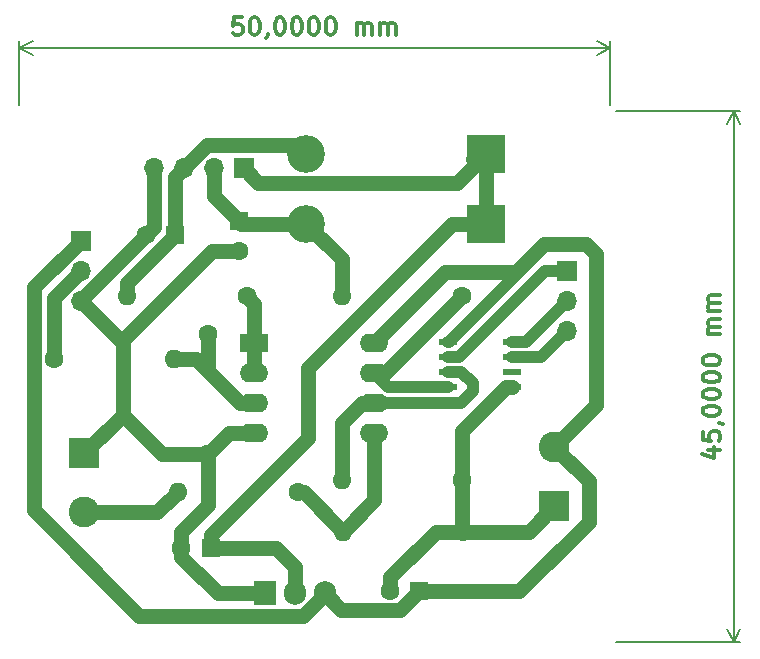
<source format=gbr>
%TF.GenerationSoftware,KiCad,Pcbnew,8.0.1*%
%TF.CreationDate,2024-08-15T00:47:12-03:00*%
%TF.ProjectId,monitoreo_solar,6d6f6e69-746f-4726-956f-5f736f6c6172,rev?*%
%TF.SameCoordinates,Original*%
%TF.FileFunction,Copper,L2,Bot*%
%TF.FilePolarity,Positive*%
%FSLAX46Y46*%
G04 Gerber Fmt 4.6, Leading zero omitted, Abs format (unit mm)*
G04 Created by KiCad (PCBNEW 8.0.1) date 2024-08-15 00:47:12*
%MOMM*%
%LPD*%
G01*
G04 APERTURE LIST*
%ADD10C,0.300000*%
%TA.AperFunction,NonConductor*%
%ADD11C,0.300000*%
%TD*%
%TA.AperFunction,NonConductor*%
%ADD12C,0.200000*%
%TD*%
%TA.AperFunction,ComponentPad*%
%ADD13C,1.600000*%
%TD*%
%TA.AperFunction,ComponentPad*%
%ADD14R,1.600000X1.600000*%
%TD*%
%TA.AperFunction,SMDPad,CuDef*%
%ADD15R,1.498600X0.558800*%
%TD*%
%TA.AperFunction,ComponentPad*%
%ADD16R,3.200000X3.200000*%
%TD*%
%TA.AperFunction,ComponentPad*%
%ADD17O,3.200000X3.200000*%
%TD*%
%TA.AperFunction,ComponentPad*%
%ADD18R,1.700000X1.700000*%
%TD*%
%TA.AperFunction,ComponentPad*%
%ADD19O,1.700000X1.700000*%
%TD*%
%TA.AperFunction,ComponentPad*%
%ADD20O,1.600000X1.600000*%
%TD*%
%TA.AperFunction,ComponentPad*%
%ADD21R,1.905000X2.000000*%
%TD*%
%TA.AperFunction,ComponentPad*%
%ADD22O,1.905000X2.000000*%
%TD*%
%TA.AperFunction,ComponentPad*%
%ADD23R,2.600000X2.600000*%
%TD*%
%TA.AperFunction,ComponentPad*%
%ADD24C,2.600000*%
%TD*%
%TA.AperFunction,ComponentPad*%
%ADD25R,2.400000X1.600000*%
%TD*%
%TA.AperFunction,ComponentPad*%
%ADD26O,2.400000X1.600000*%
%TD*%
%TA.AperFunction,Conductor*%
%ADD27C,1.270000*%
%TD*%
%TA.AperFunction,Conductor*%
%ADD28C,1.000000*%
%TD*%
G04 APERTURE END LIST*
D10*
D11*
X80353328Y-84214284D02*
X81353328Y-84214284D01*
X79781900Y-84571426D02*
X80853328Y-84928569D01*
X80853328Y-84928569D02*
X80853328Y-83999998D01*
X79853328Y-82714284D02*
X79853328Y-83428570D01*
X79853328Y-83428570D02*
X80567614Y-83499998D01*
X80567614Y-83499998D02*
X80496185Y-83428570D01*
X80496185Y-83428570D02*
X80424757Y-83285713D01*
X80424757Y-83285713D02*
X80424757Y-82928570D01*
X80424757Y-82928570D02*
X80496185Y-82785713D01*
X80496185Y-82785713D02*
X80567614Y-82714284D01*
X80567614Y-82714284D02*
X80710471Y-82642855D01*
X80710471Y-82642855D02*
X81067614Y-82642855D01*
X81067614Y-82642855D02*
X81210471Y-82714284D01*
X81210471Y-82714284D02*
X81281900Y-82785713D01*
X81281900Y-82785713D02*
X81353328Y-82928570D01*
X81353328Y-82928570D02*
X81353328Y-83285713D01*
X81353328Y-83285713D02*
X81281900Y-83428570D01*
X81281900Y-83428570D02*
X81210471Y-83499998D01*
X81281900Y-81928570D02*
X81353328Y-81928570D01*
X81353328Y-81928570D02*
X81496185Y-81999999D01*
X81496185Y-81999999D02*
X81567614Y-82071427D01*
X79853328Y-80999998D02*
X79853328Y-80857141D01*
X79853328Y-80857141D02*
X79924757Y-80714284D01*
X79924757Y-80714284D02*
X79996185Y-80642856D01*
X79996185Y-80642856D02*
X80139042Y-80571427D01*
X80139042Y-80571427D02*
X80424757Y-80499998D01*
X80424757Y-80499998D02*
X80781900Y-80499998D01*
X80781900Y-80499998D02*
X81067614Y-80571427D01*
X81067614Y-80571427D02*
X81210471Y-80642856D01*
X81210471Y-80642856D02*
X81281900Y-80714284D01*
X81281900Y-80714284D02*
X81353328Y-80857141D01*
X81353328Y-80857141D02*
X81353328Y-80999998D01*
X81353328Y-80999998D02*
X81281900Y-81142856D01*
X81281900Y-81142856D02*
X81210471Y-81214284D01*
X81210471Y-81214284D02*
X81067614Y-81285713D01*
X81067614Y-81285713D02*
X80781900Y-81357141D01*
X80781900Y-81357141D02*
X80424757Y-81357141D01*
X80424757Y-81357141D02*
X80139042Y-81285713D01*
X80139042Y-81285713D02*
X79996185Y-81214284D01*
X79996185Y-81214284D02*
X79924757Y-81142856D01*
X79924757Y-81142856D02*
X79853328Y-80999998D01*
X79853328Y-79571427D02*
X79853328Y-79428570D01*
X79853328Y-79428570D02*
X79924757Y-79285713D01*
X79924757Y-79285713D02*
X79996185Y-79214285D01*
X79996185Y-79214285D02*
X80139042Y-79142856D01*
X80139042Y-79142856D02*
X80424757Y-79071427D01*
X80424757Y-79071427D02*
X80781900Y-79071427D01*
X80781900Y-79071427D02*
X81067614Y-79142856D01*
X81067614Y-79142856D02*
X81210471Y-79214285D01*
X81210471Y-79214285D02*
X81281900Y-79285713D01*
X81281900Y-79285713D02*
X81353328Y-79428570D01*
X81353328Y-79428570D02*
X81353328Y-79571427D01*
X81353328Y-79571427D02*
X81281900Y-79714285D01*
X81281900Y-79714285D02*
X81210471Y-79785713D01*
X81210471Y-79785713D02*
X81067614Y-79857142D01*
X81067614Y-79857142D02*
X80781900Y-79928570D01*
X80781900Y-79928570D02*
X80424757Y-79928570D01*
X80424757Y-79928570D02*
X80139042Y-79857142D01*
X80139042Y-79857142D02*
X79996185Y-79785713D01*
X79996185Y-79785713D02*
X79924757Y-79714285D01*
X79924757Y-79714285D02*
X79853328Y-79571427D01*
X79853328Y-78142856D02*
X79853328Y-77999999D01*
X79853328Y-77999999D02*
X79924757Y-77857142D01*
X79924757Y-77857142D02*
X79996185Y-77785714D01*
X79996185Y-77785714D02*
X80139042Y-77714285D01*
X80139042Y-77714285D02*
X80424757Y-77642856D01*
X80424757Y-77642856D02*
X80781900Y-77642856D01*
X80781900Y-77642856D02*
X81067614Y-77714285D01*
X81067614Y-77714285D02*
X81210471Y-77785714D01*
X81210471Y-77785714D02*
X81281900Y-77857142D01*
X81281900Y-77857142D02*
X81353328Y-77999999D01*
X81353328Y-77999999D02*
X81353328Y-78142856D01*
X81353328Y-78142856D02*
X81281900Y-78285714D01*
X81281900Y-78285714D02*
X81210471Y-78357142D01*
X81210471Y-78357142D02*
X81067614Y-78428571D01*
X81067614Y-78428571D02*
X80781900Y-78499999D01*
X80781900Y-78499999D02*
X80424757Y-78499999D01*
X80424757Y-78499999D02*
X80139042Y-78428571D01*
X80139042Y-78428571D02*
X79996185Y-78357142D01*
X79996185Y-78357142D02*
X79924757Y-78285714D01*
X79924757Y-78285714D02*
X79853328Y-78142856D01*
X79853328Y-76714285D02*
X79853328Y-76571428D01*
X79853328Y-76571428D02*
X79924757Y-76428571D01*
X79924757Y-76428571D02*
X79996185Y-76357143D01*
X79996185Y-76357143D02*
X80139042Y-76285714D01*
X80139042Y-76285714D02*
X80424757Y-76214285D01*
X80424757Y-76214285D02*
X80781900Y-76214285D01*
X80781900Y-76214285D02*
X81067614Y-76285714D01*
X81067614Y-76285714D02*
X81210471Y-76357143D01*
X81210471Y-76357143D02*
X81281900Y-76428571D01*
X81281900Y-76428571D02*
X81353328Y-76571428D01*
X81353328Y-76571428D02*
X81353328Y-76714285D01*
X81353328Y-76714285D02*
X81281900Y-76857143D01*
X81281900Y-76857143D02*
X81210471Y-76928571D01*
X81210471Y-76928571D02*
X81067614Y-77000000D01*
X81067614Y-77000000D02*
X80781900Y-77071428D01*
X80781900Y-77071428D02*
X80424757Y-77071428D01*
X80424757Y-77071428D02*
X80139042Y-77000000D01*
X80139042Y-77000000D02*
X79996185Y-76928571D01*
X79996185Y-76928571D02*
X79924757Y-76857143D01*
X79924757Y-76857143D02*
X79853328Y-76714285D01*
X81353328Y-74428572D02*
X80353328Y-74428572D01*
X80496185Y-74428572D02*
X80424757Y-74357143D01*
X80424757Y-74357143D02*
X80353328Y-74214286D01*
X80353328Y-74214286D02*
X80353328Y-74000000D01*
X80353328Y-74000000D02*
X80424757Y-73857143D01*
X80424757Y-73857143D02*
X80567614Y-73785715D01*
X80567614Y-73785715D02*
X81353328Y-73785715D01*
X80567614Y-73785715D02*
X80424757Y-73714286D01*
X80424757Y-73714286D02*
X80353328Y-73571429D01*
X80353328Y-73571429D02*
X80353328Y-73357143D01*
X80353328Y-73357143D02*
X80424757Y-73214286D01*
X80424757Y-73214286D02*
X80567614Y-73142857D01*
X80567614Y-73142857D02*
X81353328Y-73142857D01*
X81353328Y-72428572D02*
X80353328Y-72428572D01*
X80496185Y-72428572D02*
X80424757Y-72357143D01*
X80424757Y-72357143D02*
X80353328Y-72214286D01*
X80353328Y-72214286D02*
X80353328Y-72000000D01*
X80353328Y-72000000D02*
X80424757Y-71857143D01*
X80424757Y-71857143D02*
X80567614Y-71785715D01*
X80567614Y-71785715D02*
X81353328Y-71785715D01*
X80567614Y-71785715D02*
X80424757Y-71714286D01*
X80424757Y-71714286D02*
X80353328Y-71571429D01*
X80353328Y-71571429D02*
X80353328Y-71357143D01*
X80353328Y-71357143D02*
X80424757Y-71214286D01*
X80424757Y-71214286D02*
X80567614Y-71142857D01*
X80567614Y-71142857D02*
X81353328Y-71142857D01*
D12*
X72500000Y-100500000D02*
X83061420Y-100500000D01*
X72500000Y-55500000D02*
X83061420Y-55500000D01*
X82475000Y-100500000D02*
X82475000Y-55500000D01*
X82475000Y-100500000D02*
X82475000Y-55500000D01*
X82475000Y-100500000D02*
X81888579Y-99373496D01*
X82475000Y-100500000D02*
X83061421Y-99373496D01*
X82475000Y-55500000D02*
X83061421Y-56626504D01*
X82475000Y-55500000D02*
X81888579Y-56626504D01*
D10*
D11*
X40857144Y-47603328D02*
X40142858Y-47603328D01*
X40142858Y-47603328D02*
X40071430Y-48317614D01*
X40071430Y-48317614D02*
X40142858Y-48246185D01*
X40142858Y-48246185D02*
X40285716Y-48174757D01*
X40285716Y-48174757D02*
X40642858Y-48174757D01*
X40642858Y-48174757D02*
X40785716Y-48246185D01*
X40785716Y-48246185D02*
X40857144Y-48317614D01*
X40857144Y-48317614D02*
X40928573Y-48460471D01*
X40928573Y-48460471D02*
X40928573Y-48817614D01*
X40928573Y-48817614D02*
X40857144Y-48960471D01*
X40857144Y-48960471D02*
X40785716Y-49031900D01*
X40785716Y-49031900D02*
X40642858Y-49103328D01*
X40642858Y-49103328D02*
X40285716Y-49103328D01*
X40285716Y-49103328D02*
X40142858Y-49031900D01*
X40142858Y-49031900D02*
X40071430Y-48960471D01*
X41857144Y-47603328D02*
X42000001Y-47603328D01*
X42000001Y-47603328D02*
X42142858Y-47674757D01*
X42142858Y-47674757D02*
X42214287Y-47746185D01*
X42214287Y-47746185D02*
X42285715Y-47889042D01*
X42285715Y-47889042D02*
X42357144Y-48174757D01*
X42357144Y-48174757D02*
X42357144Y-48531900D01*
X42357144Y-48531900D02*
X42285715Y-48817614D01*
X42285715Y-48817614D02*
X42214287Y-48960471D01*
X42214287Y-48960471D02*
X42142858Y-49031900D01*
X42142858Y-49031900D02*
X42000001Y-49103328D01*
X42000001Y-49103328D02*
X41857144Y-49103328D01*
X41857144Y-49103328D02*
X41714287Y-49031900D01*
X41714287Y-49031900D02*
X41642858Y-48960471D01*
X41642858Y-48960471D02*
X41571429Y-48817614D01*
X41571429Y-48817614D02*
X41500001Y-48531900D01*
X41500001Y-48531900D02*
X41500001Y-48174757D01*
X41500001Y-48174757D02*
X41571429Y-47889042D01*
X41571429Y-47889042D02*
X41642858Y-47746185D01*
X41642858Y-47746185D02*
X41714287Y-47674757D01*
X41714287Y-47674757D02*
X41857144Y-47603328D01*
X43071429Y-49031900D02*
X43071429Y-49103328D01*
X43071429Y-49103328D02*
X43000000Y-49246185D01*
X43000000Y-49246185D02*
X42928572Y-49317614D01*
X44000001Y-47603328D02*
X44142858Y-47603328D01*
X44142858Y-47603328D02*
X44285715Y-47674757D01*
X44285715Y-47674757D02*
X44357144Y-47746185D01*
X44357144Y-47746185D02*
X44428572Y-47889042D01*
X44428572Y-47889042D02*
X44500001Y-48174757D01*
X44500001Y-48174757D02*
X44500001Y-48531900D01*
X44500001Y-48531900D02*
X44428572Y-48817614D01*
X44428572Y-48817614D02*
X44357144Y-48960471D01*
X44357144Y-48960471D02*
X44285715Y-49031900D01*
X44285715Y-49031900D02*
X44142858Y-49103328D01*
X44142858Y-49103328D02*
X44000001Y-49103328D01*
X44000001Y-49103328D02*
X43857144Y-49031900D01*
X43857144Y-49031900D02*
X43785715Y-48960471D01*
X43785715Y-48960471D02*
X43714286Y-48817614D01*
X43714286Y-48817614D02*
X43642858Y-48531900D01*
X43642858Y-48531900D02*
X43642858Y-48174757D01*
X43642858Y-48174757D02*
X43714286Y-47889042D01*
X43714286Y-47889042D02*
X43785715Y-47746185D01*
X43785715Y-47746185D02*
X43857144Y-47674757D01*
X43857144Y-47674757D02*
X44000001Y-47603328D01*
X45428572Y-47603328D02*
X45571429Y-47603328D01*
X45571429Y-47603328D02*
X45714286Y-47674757D01*
X45714286Y-47674757D02*
X45785715Y-47746185D01*
X45785715Y-47746185D02*
X45857143Y-47889042D01*
X45857143Y-47889042D02*
X45928572Y-48174757D01*
X45928572Y-48174757D02*
X45928572Y-48531900D01*
X45928572Y-48531900D02*
X45857143Y-48817614D01*
X45857143Y-48817614D02*
X45785715Y-48960471D01*
X45785715Y-48960471D02*
X45714286Y-49031900D01*
X45714286Y-49031900D02*
X45571429Y-49103328D01*
X45571429Y-49103328D02*
X45428572Y-49103328D01*
X45428572Y-49103328D02*
X45285715Y-49031900D01*
X45285715Y-49031900D02*
X45214286Y-48960471D01*
X45214286Y-48960471D02*
X45142857Y-48817614D01*
X45142857Y-48817614D02*
X45071429Y-48531900D01*
X45071429Y-48531900D02*
X45071429Y-48174757D01*
X45071429Y-48174757D02*
X45142857Y-47889042D01*
X45142857Y-47889042D02*
X45214286Y-47746185D01*
X45214286Y-47746185D02*
X45285715Y-47674757D01*
X45285715Y-47674757D02*
X45428572Y-47603328D01*
X46857143Y-47603328D02*
X47000000Y-47603328D01*
X47000000Y-47603328D02*
X47142857Y-47674757D01*
X47142857Y-47674757D02*
X47214286Y-47746185D01*
X47214286Y-47746185D02*
X47285714Y-47889042D01*
X47285714Y-47889042D02*
X47357143Y-48174757D01*
X47357143Y-48174757D02*
X47357143Y-48531900D01*
X47357143Y-48531900D02*
X47285714Y-48817614D01*
X47285714Y-48817614D02*
X47214286Y-48960471D01*
X47214286Y-48960471D02*
X47142857Y-49031900D01*
X47142857Y-49031900D02*
X47000000Y-49103328D01*
X47000000Y-49103328D02*
X46857143Y-49103328D01*
X46857143Y-49103328D02*
X46714286Y-49031900D01*
X46714286Y-49031900D02*
X46642857Y-48960471D01*
X46642857Y-48960471D02*
X46571428Y-48817614D01*
X46571428Y-48817614D02*
X46500000Y-48531900D01*
X46500000Y-48531900D02*
X46500000Y-48174757D01*
X46500000Y-48174757D02*
X46571428Y-47889042D01*
X46571428Y-47889042D02*
X46642857Y-47746185D01*
X46642857Y-47746185D02*
X46714286Y-47674757D01*
X46714286Y-47674757D02*
X46857143Y-47603328D01*
X48285714Y-47603328D02*
X48428571Y-47603328D01*
X48428571Y-47603328D02*
X48571428Y-47674757D01*
X48571428Y-47674757D02*
X48642857Y-47746185D01*
X48642857Y-47746185D02*
X48714285Y-47889042D01*
X48714285Y-47889042D02*
X48785714Y-48174757D01*
X48785714Y-48174757D02*
X48785714Y-48531900D01*
X48785714Y-48531900D02*
X48714285Y-48817614D01*
X48714285Y-48817614D02*
X48642857Y-48960471D01*
X48642857Y-48960471D02*
X48571428Y-49031900D01*
X48571428Y-49031900D02*
X48428571Y-49103328D01*
X48428571Y-49103328D02*
X48285714Y-49103328D01*
X48285714Y-49103328D02*
X48142857Y-49031900D01*
X48142857Y-49031900D02*
X48071428Y-48960471D01*
X48071428Y-48960471D02*
X47999999Y-48817614D01*
X47999999Y-48817614D02*
X47928571Y-48531900D01*
X47928571Y-48531900D02*
X47928571Y-48174757D01*
X47928571Y-48174757D02*
X47999999Y-47889042D01*
X47999999Y-47889042D02*
X48071428Y-47746185D01*
X48071428Y-47746185D02*
X48142857Y-47674757D01*
X48142857Y-47674757D02*
X48285714Y-47603328D01*
X50571427Y-49103328D02*
X50571427Y-48103328D01*
X50571427Y-48246185D02*
X50642856Y-48174757D01*
X50642856Y-48174757D02*
X50785713Y-48103328D01*
X50785713Y-48103328D02*
X50999999Y-48103328D01*
X50999999Y-48103328D02*
X51142856Y-48174757D01*
X51142856Y-48174757D02*
X51214285Y-48317614D01*
X51214285Y-48317614D02*
X51214285Y-49103328D01*
X51214285Y-48317614D02*
X51285713Y-48174757D01*
X51285713Y-48174757D02*
X51428570Y-48103328D01*
X51428570Y-48103328D02*
X51642856Y-48103328D01*
X51642856Y-48103328D02*
X51785713Y-48174757D01*
X51785713Y-48174757D02*
X51857142Y-48317614D01*
X51857142Y-48317614D02*
X51857142Y-49103328D01*
X52571427Y-49103328D02*
X52571427Y-48103328D01*
X52571427Y-48246185D02*
X52642856Y-48174757D01*
X52642856Y-48174757D02*
X52785713Y-48103328D01*
X52785713Y-48103328D02*
X52999999Y-48103328D01*
X52999999Y-48103328D02*
X53142856Y-48174757D01*
X53142856Y-48174757D02*
X53214285Y-48317614D01*
X53214285Y-48317614D02*
X53214285Y-49103328D01*
X53214285Y-48317614D02*
X53285713Y-48174757D01*
X53285713Y-48174757D02*
X53428570Y-48103328D01*
X53428570Y-48103328D02*
X53642856Y-48103328D01*
X53642856Y-48103328D02*
X53785713Y-48174757D01*
X53785713Y-48174757D02*
X53857142Y-48317614D01*
X53857142Y-48317614D02*
X53857142Y-49103328D01*
D12*
X22000000Y-55000000D02*
X22000000Y-49638580D01*
X72000000Y-55000000D02*
X72000000Y-49638580D01*
X22000000Y-50225000D02*
X72000000Y-50225000D01*
X22000000Y-50225000D02*
X72000000Y-50225000D01*
X22000000Y-50225000D02*
X23126504Y-49638579D01*
X22000000Y-50225000D02*
X23126504Y-50811421D01*
X72000000Y-50225000D02*
X70873496Y-50811421D01*
X72000000Y-50225000D02*
X70873496Y-49638579D01*
D13*
%TO.P,C4,2*%
%TO.N,GND*%
X53380113Y-96150000D03*
D14*
%TO.P,C4,1*%
%TO.N,+5V*%
X55880113Y-96150000D03*
%TD*%
D15*
%TO.P,U1,1,\u002AINC*%
%TO.N,STEP*%
X63705100Y-75095000D03*
%TO.P,U1,2,U/\u002AD*%
%TO.N,DIR*%
X63705100Y-76365000D03*
%TO.P,U1,3,VH/RH*%
%TO.N,unconnected-(U1-VH{slash}RH-Pad3)*%
X63705100Y-77635000D03*
%TO.P,U1,4,VSS*%
%TO.N,GND*%
X63705100Y-78905000D03*
%TO.P,U1,5,VW/RW*%
%TO.N,Pot+*%
X58294900Y-78905000D03*
%TO.P,U1,6,VL/RL*%
%TO.N,Pot-*%
X58294900Y-77635000D03*
%TO.P,U1,7,\u002ACS*%
%TO.N,POT_CS*%
X58294900Y-76365000D03*
%TO.P,U1,8,VCC*%
%TO.N,+5V*%
X58294900Y-75095000D03*
%TD*%
D16*
%TO.P,D2,1,K*%
%TO.N,+3.3V*%
X61520000Y-59175000D03*
D17*
%TO.P,D2,2,A*%
%TO.N,Net-(D2-A)*%
X46280000Y-59175000D03*
%TD*%
D14*
%TO.P,C1,1*%
%TO.N,Net-(D1-A)*%
X40575000Y-64869887D03*
D13*
%TO.P,C1,2*%
%TO.N,GND*%
X40575000Y-67369887D03*
%TD*%
D18*
%TO.P,J4,1,Pin_1*%
%TO.N,+3.3V*%
X41000000Y-60400000D03*
D19*
%TO.P,J4,2,Pin_2*%
%TO.N,Net-(D1-A)*%
X38460000Y-60400000D03*
%TO.P,J4,3,Pin_3*%
%TO.N,Net-(D2-A)*%
X35920000Y-60400000D03*
%TO.P,J4,4,Pin_4*%
%TO.N,GND*%
X33380000Y-60400000D03*
%TD*%
D13*
%TO.P,R4,1*%
%TO.N,Vamp1*%
X41280000Y-71200000D03*
D20*
%TO.P,R4,2*%
%TO.N,Net-(D2-A)*%
X31120000Y-71200000D03*
%TD*%
D21*
%TO.P,U2,1,GND*%
%TO.N,GND*%
X42775000Y-96375000D03*
D22*
%TO.P,U2,2,VO*%
%TO.N,+3.3V*%
X45315000Y-96375000D03*
%TO.P,U2,3,VI*%
%TO.N,+5V*%
X47855000Y-96375000D03*
%TD*%
D23*
%TO.P,J3,1,Pin_1*%
%TO.N,GND*%
X67305000Y-89000000D03*
D24*
%TO.P,J3,2,Pin_2*%
%TO.N,+5V*%
X67305000Y-84000000D03*
%TD*%
D14*
%TO.P,C5,1*%
%TO.N,+3.3V*%
X38225000Y-92500000D03*
D13*
%TO.P,C5,2*%
%TO.N,GND*%
X35725000Y-92500000D03*
%TD*%
D18*
%TO.P,J5,1,Pin_1*%
%TO.N,POT_CS*%
X68400000Y-69060000D03*
D19*
%TO.P,J5,2,Pin_2*%
%TO.N,STEP*%
X68400000Y-71600000D03*
%TO.P,J5,3,Pin_3*%
%TO.N,DIR*%
X68400000Y-74140000D03*
%TD*%
D13*
%TO.P,R11,1*%
%TO.N,Net-(U4B-+)*%
X45560000Y-87800000D03*
D20*
%TO.P,R11,2*%
%TO.N,Vpanel*%
X35400000Y-87800000D03*
%TD*%
D13*
%TO.P,R2,1*%
%TO.N,Net-(U4A-+)*%
X38000000Y-74400000D03*
D20*
%TO.P,R2,2*%
%TO.N,GND*%
X38000000Y-84560000D03*
%TD*%
D18*
%TO.P,J2,1,Pin_1*%
%TO.N,+5V*%
X27200000Y-66535000D03*
D19*
%TO.P,J2,2,Pin_2*%
%TO.N,Vcurrent*%
X27200000Y-69075000D03*
%TO.P,J2,3,Pin_3*%
%TO.N,GND*%
X27200000Y-71615000D03*
%TD*%
D23*
%TO.P,J1,1,Pin_1*%
%TO.N,GND*%
X27500000Y-84500000D03*
D24*
%TO.P,J1,2,Pin_2*%
%TO.N,Vpanel*%
X27500000Y-89500000D03*
%TD*%
D14*
%TO.P,C2,1*%
%TO.N,Net-(D2-A)*%
X35200000Y-66000000D03*
D13*
%TO.P,C2,2*%
%TO.N,GND*%
X32700000Y-66000000D03*
%TD*%
D25*
%TO.P,U4,1*%
%TO.N,Vamp1*%
X41915000Y-75200000D03*
D26*
%TO.P,U4,2,-*%
X41915000Y-77740000D03*
%TO.P,U4,3,+*%
%TO.N,Net-(U4A-+)*%
X41915000Y-80280000D03*
%TO.P,U4,4,V-*%
%TO.N,GND*%
X41915000Y-82820000D03*
%TO.P,U4,5,+*%
%TO.N,Net-(U4B-+)*%
X52075000Y-82820000D03*
%TO.P,U4,6,-*%
%TO.N,Pot-*%
X52075000Y-80280000D03*
%TO.P,U4,7*%
%TO.N,Pot+*%
X52075000Y-77740000D03*
%TO.P,U4,8,V+*%
%TO.N,+5V*%
X52075000Y-75200000D03*
%TD*%
D13*
%TO.P,R9,1*%
%TO.N,GND*%
X59480000Y-86800000D03*
D20*
%TO.P,R9,2*%
%TO.N,Pot-*%
X49320000Y-86800000D03*
%TD*%
D16*
%TO.P,D1,1,K*%
%TO.N,+3.3V*%
X61545000Y-65075000D03*
D17*
%TO.P,D1,2,A*%
%TO.N,Net-(D1-A)*%
X46305000Y-65075000D03*
%TD*%
D13*
%TO.P,R1,1*%
%TO.N,Vcurrent*%
X24915000Y-76550000D03*
D20*
%TO.P,R1,2*%
%TO.N,Net-(U4A-+)*%
X35075000Y-76550000D03*
%TD*%
D13*
%TO.P,R3,1*%
%TO.N,Pot+*%
X59480000Y-71200000D03*
D20*
%TO.P,R3,2*%
%TO.N,Net-(D1-A)*%
X49320000Y-71200000D03*
%TD*%
D13*
%TO.P,R10,1*%
%TO.N,GND*%
X59585000Y-91150000D03*
D20*
%TO.P,R10,2*%
%TO.N,Net-(U4B-+)*%
X49425000Y-91150000D03*
%TD*%
D27*
%TO.N,+5V*%
X47855000Y-96410407D02*
X47855000Y-96375000D01*
X32175000Y-98250000D02*
X46015407Y-98250000D01*
X46015407Y-98250000D02*
X47855000Y-96410407D01*
X23280000Y-89355000D02*
X32175000Y-98250000D01*
X23280000Y-70455000D02*
X23280000Y-89355000D01*
X27200000Y-66535000D02*
X23280000Y-70455000D01*
%TO.N,GND*%
X27200000Y-71615000D02*
X27200000Y-71500000D01*
X27200000Y-71500000D02*
X32700000Y-66000000D01*
%TO.N,+3.3V*%
X58650000Y-65075000D02*
X61545000Y-65075000D01*
X46425000Y-77300000D02*
X58650000Y-65075000D01*
X46425000Y-83225000D02*
X46425000Y-77300000D01*
X38225000Y-91425000D02*
X46425000Y-83225000D01*
X38225000Y-92500000D02*
X38225000Y-91425000D01*
X43710000Y-92500000D02*
X45315000Y-94105000D01*
X45315000Y-94105000D02*
X45315000Y-96375000D01*
X38225000Y-92500000D02*
X43710000Y-92500000D01*
%TO.N,GND*%
X35725000Y-93270000D02*
X35725000Y-92500000D01*
X38830000Y-96375000D02*
X35725000Y-93270000D01*
X42775000Y-96375000D02*
X38830000Y-96375000D01*
X38000000Y-88875000D02*
X38000000Y-84560000D01*
X35725000Y-91150000D02*
X38000000Y-88875000D01*
X35725000Y-92500000D02*
X35725000Y-91150000D01*
%TO.N,+3.3V*%
X59085000Y-61610000D02*
X61520000Y-59175000D01*
%TO.N,GND*%
X30755000Y-75170000D02*
X30755000Y-75400000D01*
X27200000Y-71615000D02*
X30755000Y-75170000D01*
%TO.N,Vcurrent*%
X24915000Y-71360000D02*
X27200000Y-69075000D01*
X24915000Y-76550000D02*
X24915000Y-71360000D01*
%TO.N,Net-(U4A-+)*%
X36975000Y-76550000D02*
X38000000Y-77575000D01*
X35075000Y-76550000D02*
X36975000Y-76550000D01*
X40705000Y-80280000D02*
X38000000Y-77575000D01*
%TO.N,Vpanel*%
X33700000Y-89500000D02*
X35400000Y-87800000D01*
X27500000Y-89500000D02*
X33700000Y-89500000D01*
%TO.N,+5V*%
X58075000Y-69200000D02*
X52075000Y-75200000D01*
D28*
X58380000Y-75095000D02*
X58294900Y-75095000D01*
X64025000Y-69450000D02*
X58380000Y-75095000D01*
X64025000Y-69200000D02*
X64025000Y-69450000D01*
D27*
X66425000Y-66800000D02*
X70000000Y-66800000D01*
X64025000Y-69200000D02*
X66425000Y-66800000D01*
X70000000Y-66800000D02*
X70865000Y-67665000D01*
X64025000Y-69200000D02*
X58075000Y-69200000D01*
D28*
%TO.N,Pot-*%
X59435000Y-77635000D02*
X58294900Y-77635000D01*
X60400000Y-79275000D02*
X60400000Y-78600000D01*
X60400000Y-78600000D02*
X59435000Y-77635000D01*
X52075000Y-80280000D02*
X59395000Y-80280000D01*
X59395000Y-80280000D02*
X60400000Y-79275000D01*
D27*
%TO.N,GND*%
X63220000Y-78905000D02*
X63705100Y-78905000D01*
X59480000Y-82645000D02*
X63220000Y-78905000D01*
X59480000Y-86800000D02*
X59480000Y-82645000D01*
X59480000Y-91045000D02*
X59585000Y-91150000D01*
X59480000Y-86800000D02*
X59480000Y-91045000D01*
%TO.N,+5V*%
X54245113Y-97785000D02*
X49265000Y-97785000D01*
X49265000Y-97785000D02*
X47855000Y-96375000D01*
X55880113Y-96150000D02*
X54245113Y-97785000D01*
%TO.N,GND*%
X38294113Y-67369887D02*
X30755000Y-74909000D01*
X40575000Y-67369887D02*
X38294113Y-67369887D01*
%TO.N,+3.3V*%
X61520000Y-65050000D02*
X61545000Y-65075000D01*
X61520000Y-59175000D02*
X61520000Y-65050000D01*
X42210000Y-61610000D02*
X59085000Y-61610000D01*
X41000000Y-60400000D02*
X42210000Y-61610000D01*
%TO.N,Net-(D2-A)*%
X45505000Y-58400000D02*
X37920000Y-58400000D01*
X46280000Y-59175000D02*
X45505000Y-58400000D01*
%TO.N,Net-(D1-A)*%
X46305000Y-65075000D02*
X49320000Y-68090000D01*
X49320000Y-68090000D02*
X49320000Y-71200000D01*
X40780113Y-65075000D02*
X40575000Y-64869887D01*
X46305000Y-65075000D02*
X40780113Y-65075000D01*
X38460000Y-60400000D02*
X38460000Y-62754887D01*
X38460000Y-62754887D02*
X40575000Y-64869887D01*
%TO.N,Net-(U4B-+)*%
X46075000Y-87800000D02*
X49425000Y-91150000D01*
X45560000Y-87800000D02*
X46075000Y-87800000D01*
%TO.N,GND*%
X67305000Y-89000000D02*
X65155000Y-91150000D01*
X65155000Y-91150000D02*
X59585000Y-91150000D01*
X57248743Y-91150000D02*
X59585000Y-91150000D01*
X53380113Y-95018630D02*
X57248743Y-91150000D01*
X53380113Y-96150000D02*
X53380113Y-95018630D01*
%TO.N,Net-(U4B-+)*%
X52075000Y-88500000D02*
X52075000Y-82820000D01*
X49425000Y-91150000D02*
X52075000Y-88500000D01*
%TO.N,+5V*%
X70200000Y-86895000D02*
X67305000Y-84000000D01*
X64350000Y-96150000D02*
X70200000Y-90300000D01*
X70200000Y-90300000D02*
X70200000Y-86895000D01*
X55880113Y-96150000D02*
X64350000Y-96150000D01*
%TO.N,GND*%
X42775000Y-96375000D02*
X42775000Y-96422500D01*
X42775000Y-96339593D02*
X42775000Y-96375000D01*
%TO.N,Pot-*%
X51020000Y-80280000D02*
X52075000Y-80280000D01*
X49320000Y-81980000D02*
X51020000Y-80280000D01*
X49320000Y-86800000D02*
X49320000Y-81980000D01*
%TO.N,GND*%
X34070000Y-84560000D02*
X30755000Y-81245000D01*
X38000000Y-84560000D02*
X34070000Y-84560000D01*
X39740000Y-82820000D02*
X38000000Y-84560000D01*
X41915000Y-82820000D02*
X39740000Y-82820000D01*
%TO.N,Net-(U4A-+)*%
X38000000Y-77575000D02*
X38000000Y-74400000D01*
X41915000Y-80280000D02*
X40705000Y-80280000D01*
%TO.N,+3.3V*%
X60400000Y-59600000D02*
X61468000Y-59600000D01*
%TO.N,GND*%
X33380000Y-65320000D02*
X32700000Y-66000000D01*
X33380000Y-60400000D02*
X33380000Y-65320000D01*
%TO.N,Net-(D2-A)*%
X35200000Y-61120000D02*
X35920000Y-60400000D01*
X35200000Y-66000000D02*
X35200000Y-61120000D01*
X31120000Y-70080000D02*
X35200000Y-66000000D01*
X31120000Y-71200000D02*
X31120000Y-70080000D01*
X35920000Y-60400000D02*
X37920000Y-58400000D01*
%TO.N,Vamp1*%
X41915000Y-71835000D02*
X41280000Y-71200000D01*
X41915000Y-75200000D02*
X41915000Y-71835000D01*
%TO.N,GND*%
X30755000Y-75400000D02*
X30755000Y-74909000D01*
X30755000Y-81245000D02*
X30755000Y-75400000D01*
%TO.N,+5V*%
X70865000Y-80440000D02*
X70865000Y-67665000D01*
X67305000Y-84000000D02*
X70865000Y-80440000D01*
%TO.N,Pot+*%
X52940000Y-77740000D02*
X52075000Y-77740000D01*
X59480000Y-71200000D02*
X52940000Y-77740000D01*
%TO.N,+5V*%
X51902761Y-75200000D02*
X52075000Y-75200000D01*
%TO.N,GND*%
X27500000Y-84500000D02*
X30755000Y-81245000D01*
%TO.N,Vamp1*%
X41915000Y-77740000D02*
X41915000Y-75200000D01*
D28*
%TO.N,STEP*%
X64905000Y-75095000D02*
X68400000Y-71600000D01*
X63705100Y-75095000D02*
X64905000Y-75095000D01*
%TO.N,DIR*%
X66175000Y-76365000D02*
X68400000Y-74140000D01*
X63705100Y-76365000D02*
X66175000Y-76365000D01*
%TO.N,POT_CS*%
X66540000Y-69060000D02*
X68400000Y-69060000D01*
X59235000Y-76365000D02*
X66540000Y-69060000D01*
X58294900Y-76365000D02*
X59235000Y-76365000D01*
D27*
%TO.N,Pot-*%
X52075000Y-80280000D02*
X51320000Y-80280000D01*
D28*
%TO.N,Pot+*%
X53240000Y-78905000D02*
X52075000Y-77740000D01*
X58294900Y-78905000D02*
X53240000Y-78905000D01*
%TD*%
M02*

</source>
